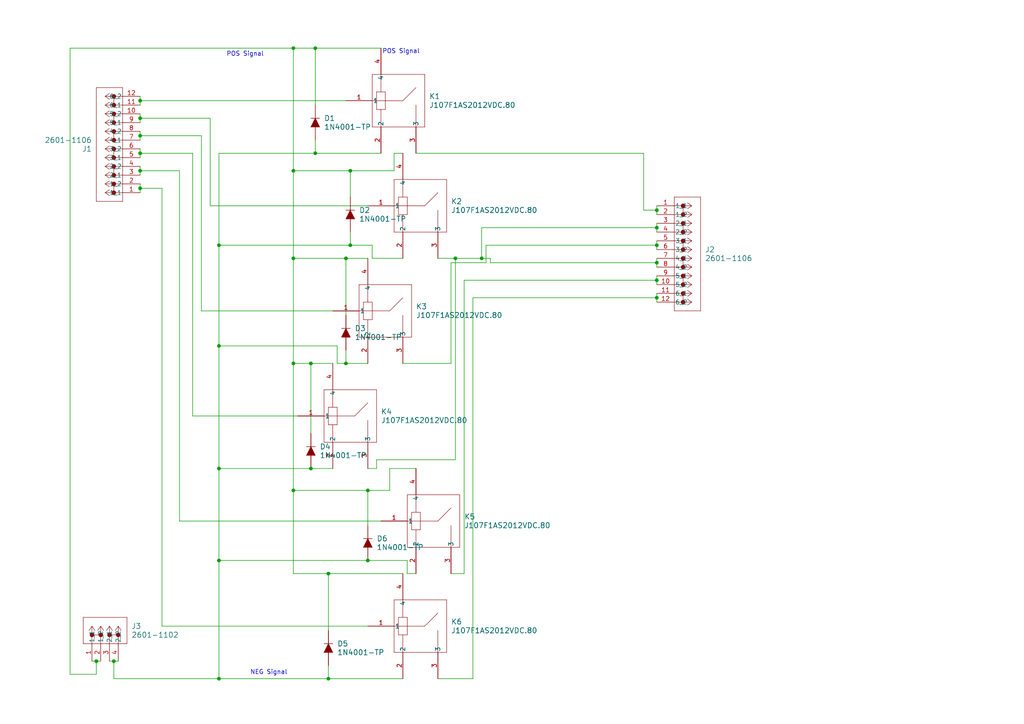
<source format=kicad_sch>
(kicad_sch (version 20250114) (generator "eeschema") (generator_version "9.0")
  (paper "A4")
  (lib_symbols
    (symbol "addedComponents:2601-1102" (pin_names (offset 0.254))
      (property "Reference" "J" (at 8.89 6.35 0))
      (property "Value" "2601-1102" (at 0 0 0))
      (symbol "2601-1102_1_1"
        (polyline (pts (xy 5.08 2.54) (xy 5.08 -10.16)) (stroke (width 0.127)))
        (polyline (pts (xy 5.08 -10.16) (xy 12.7 -10.16)) (stroke (width 0.127)))
        (polyline (pts (xy 7.62 0) (xy 7.62 -2.54)) (stroke (width 0.127)))
        (circle (center 7.62 0) (radius 0.127) (stroke (width 0.508)))
        (circle (center 7.62 -2.54) (radius 0.127) (stroke (width 0.508)))
        (polyline (pts (xy 7.62 -5.08) (xy 7.62 -7.62)) (stroke (width 0.127)))
        (circle (center 7.62 -5.08) (radius 0.127) (stroke (width 0.508)))
        (circle (center 7.62 -7.62) (radius 0.127) (stroke (width 0.508)))
        (polyline (pts (xy 10.16 0) (xy 5.08 0)) (stroke (width 0.127)))
        (polyline (pts (xy 10.16 0) (xy 8.89 0.8467)) (stroke (width 0.127)))
        (polyline (pts (xy 10.16 0) (xy 8.89 -0.8467)) (stroke (width 0.127)))
        (polyline (pts (xy 10.16 -2.54) (xy 5.08 -2.54)) (stroke (width 0.127)))
        (polyline (pts (xy 10.16 -2.54) (xy 8.89 -1.6933)) (stroke (width 0.127)))
        (polyline (pts (xy 10.16 -2.54) (xy 8.89 -3.3867)) (stroke (width 0.127)))
        (polyline (pts (xy 10.16 -5.08) (xy 5.08 -5.08)) (stroke (width 0.127)))
        (polyline (pts (xy 10.16 -5.08) (xy 8.89 -4.2333)) (stroke (width 0.127)))
        (polyline (pts (xy 10.16 -5.08) (xy 8.89 -5.9267)) (stroke (width 0.127)))
        (polyline (pts (xy 10.16 -7.62) (xy 5.08 -7.62)) (stroke (width 0.127)))
        (polyline (pts (xy 10.16 -7.62) (xy 8.89 -6.7733)) (stroke (width 0.127)))
        (polyline (pts (xy 10.16 -7.62) (xy 8.89 -8.4667)) (stroke (width 0.127)))
        (polyline (pts (xy 12.7 2.54) (xy 5.08 2.54)) (stroke (width 0.127)))
        (polyline (pts (xy 12.7 -10.16) (xy 12.7 2.54)) (stroke (width 0.127)))
        (pin unspecified line (at 0 0 0) (length 5.08) (name "1_1") (number "1"))
        (pin unspecified line (at 0 -2.54 0) (length 5.08) (name "1_2") (number "2"))
        (pin unspecified line (at 0 -5.08 0) (length 5.08) (name "2_1") (number "3"))
        (pin unspecified line (at 0 -7.62 0) (length 5.08) (name "2_2") (number "4"))
      )
      (symbol "2601-1102_1_2"
        (polyline (pts (xy 5.08 2.54) (xy 5.08 -10.16)) (stroke (width 0.127)))
        (polyline (pts (xy 5.08 -10.16) (xy 12.7 -10.16)) (stroke (width 0.127)))
        (polyline (pts (xy 7.62 0) (xy 7.62 -2.54)) (stroke (width 0.127)))
        (circle (center 7.62 0) (radius 0.127) (stroke (width 0.508)))
        (circle (center 7.62 -2.54) (radius 0.127) (stroke (width 0.508)))
        (polyline (pts (xy 7.62 -5.08) (xy 7.62 -7.62)) (stroke (width 0.127)))
        (circle (center 7.62 -5.08) (radius 0.127) (stroke (width 0.508)))
        (circle (center 7.62 -7.62) (radius 0.127) (stroke (width 0.508)))
        (polyline (pts (xy 10.16 0) (xy 5.08 0)) (stroke (width 0.127)))
        (polyline (pts (xy 10.16 0) (xy 8.89 0.8467)) (stroke (width 0.127)))
        (polyline (pts (xy 10.16 0) (xy 8.89 -0.8467)) (stroke (width 0.127)))
        (polyline (pts (xy 10.16 -2.54) (xy 5.08 -2.54)) (stroke (width 0.127)))
        (polyline (pts (xy 10.16 -2.54) (xy 8.89 -1.6933)) (stroke (width 0.127)))
        (polyline (pts (xy 10.16 -2.54) (xy 8.89 -3.3867)) (stroke (width 0.127)))
        (polyline (pts (xy 10.16 -5.08) (xy 5.08 -5.08)) (stroke (width 0.127)))
        (polyline (pts (xy 10.16 -5.08) (xy 8.89 -4.2333)) (stroke (width 0.127)))
        (polyline (pts (xy 10.16 -5.08) (xy 8.89 -5.9267)) (stroke (width 0.127)))
        (polyline (pts (xy 10.16 -7.62) (xy 5.08 -7.62)) (stroke (width 0.127)))
        (polyline (pts (xy 10.16 -7.62) (xy 8.89 -6.7733)) (stroke (width 0.127)))
        (polyline (pts (xy 10.16 -7.62) (xy 8.89 -8.4667)) (stroke (width 0.127)))
        (polyline (pts (xy 12.7 2.54) (xy 5.08 2.54)) (stroke (width 0.127)))
        (polyline (pts (xy 12.7 -10.16) (xy 12.7 2.54)) (stroke (width 0.127)))
        (pin unspecified line (at 0 0 0) (length 5.08) (name "1_1") (number "1"))
        (pin unspecified line (at 0 -2.54 0) (length 5.08) (name "1_2") (number "2"))
        (pin unspecified line (at 0 -5.08 0) (length 5.08) (name "2_1") (number "3"))
        (pin unspecified line (at 0 -7.62 0) (length 5.08) (name "2_2") (number "4"))
      )
    )
    (symbol "addedComponents:2601-1106" (pin_names (offset 0.254))
      (property "Reference" "J" (at 8.89 6.35 0))
      (property "Value" "2601-1106" (at 0 0 0))
      (symbol "2601-1106_1_1"
        (polyline (pts (xy 5.08 2.54) (xy 5.08 -30.48)) (stroke (width 0.127)))
        (polyline (pts (xy 5.08 -30.48) (xy 12.7 -30.48)) (stroke (width 0.127)))
        (polyline (pts (xy 7.62 0) (xy 7.62 -2.54)) (stroke (width 0.127)))
        (circle (center 7.62 0) (radius 0.127) (stroke (width 0.508)))
        (circle (center 7.62 -2.54) (radius 0.127) (stroke (width 0.508)))
        (polyline (pts (xy 7.62 -5.08) (xy 7.62 -7.62)) (stroke (width 0.127)))
        (circle (center 7.62 -5.08) (radius 0.127) (stroke (width 0.508)))
        (circle (center 7.62 -7.62) (radius 0.127) (stroke (width 0.508)))
        (polyline (pts (xy 7.62 -10.16) (xy 7.62 -12.7)) (stroke (width 0.127)))
        (circle (center 7.62 -10.16) (radius 0.127) (stroke (width 0.508)))
        (circle (center 7.62 -12.7) (radius 0.127) (stroke (width 0.508)))
        (polyline (pts (xy 7.62 -15.24) (xy 7.62 -17.78)) (stroke (width 0.127)))
        (circle (center 7.62 -15.24) (radius 0.127) (stroke (width 0.508)))
        (circle (center 7.62 -17.78) (radius 0.127) (stroke (width 0.508)))
        (polyline (pts (xy 7.62 -20.32) (xy 7.62 -22.86)) (stroke (width 0.127)))
        (circle (center 7.62 -20.32) (radius 0.127) (stroke (width 0.508)))
        (circle (center 7.62 -22.86) (radius 0.127) (stroke (width 0.508)))
        (polyline (pts (xy 7.62 -25.4) (xy 7.62 -27.94)) (stroke (width 0.127)))
        (circle (center 7.62 -25.4) (radius 0.127) (stroke (width 0.508)))
        (circle (center 7.62 -27.94) (radius 0.127) (stroke (width 0.508)))
        (polyline (pts (xy 10.16 0) (xy 5.08 0)) (stroke (width 0.127)))
        (polyline (pts (xy 10.16 0) (xy 8.89 0.8467)) (stroke (width 0.127)))
        (polyline (pts (xy 10.16 0) (xy 8.89 -0.8467)) (stroke (width 0.127)))
        (polyline (pts (xy 10.16 -2.54) (xy 5.08 -2.54)) (stroke (width 0.127)))
        (polyline (pts (xy 10.16 -2.54) (xy 8.89 -1.6933)) (stroke (width 0.127)))
        (polyline (pts (xy 10.16 -2.54) (xy 8.89 -3.3867)) (stroke (width 0.127)))
        (polyline (pts (xy 10.16 -5.08) (xy 5.08 -5.08)) (stroke (width 0.127)))
        (polyline (pts (xy 10.16 -5.08) (xy 8.89 -4.2333)) (stroke (width 0.127)))
        (polyline (pts (xy 10.16 -5.08) (xy 8.89 -5.9267)) (stroke (width 0.127)))
        (polyline (pts (xy 10.16 -7.62) (xy 5.08 -7.62)) (stroke (width 0.127)))
        (polyline (pts (xy 10.16 -7.62) (xy 8.89 -6.7733)) (stroke (width 0.127)))
        (polyline (pts (xy 10.16 -7.62) (xy 8.89 -8.4667)) (stroke (width 0.127)))
        (polyline (pts (xy 10.16 -10.16) (xy 5.08 -10.16)) (stroke (width 0.127)))
        (polyline (pts (xy 10.16 -10.16) (xy 8.89 -9.3133)) (stroke (width 0.127)))
        (polyline (pts (xy 10.16 -10.16) (xy 8.89 -11.0067)) (stroke (width 0.127)))
        (polyline (pts (xy 10.16 -12.7) (xy 5.08 -12.7)) (stroke (width 0.127)))
        (polyline (pts (xy 10.16 -12.7) (xy 8.89 -11.8533)) (stroke (width 0.127)))
        (polyline (pts (xy 10.16 -12.7) (xy 8.89 -13.5467)) (stroke (width 0.127)))
        (polyline (pts (xy 10.16 -15.24) (xy 5.08 -15.24)) (stroke (width 0.127)))
        (polyline (pts (xy 10.16 -15.24) (xy 8.89 -14.3933)) (stroke (width 0.127)))
        (polyline (pts (xy 10.16 -15.24) (xy 8.89 -16.0867)) (stroke (width 0.127)))
        (polyline (pts (xy 10.16 -17.78) (xy 5.08 -17.78)) (stroke (width 0.127)))
        (polyline (pts (xy 10.16 -17.78) (xy 8.89 -16.9333)) (stroke (width 0.127)))
        (polyline (pts (xy 10.16 -17.78) (xy 8.89 -18.6267)) (stroke (width 0.127)))
        (polyline (pts (xy 10.16 -20.32) (xy 5.08 -20.32)) (stroke (width 0.127)))
        (polyline (pts (xy 10.16 -20.32) (xy 8.89 -19.4733)) (stroke (width 0.127)))
        (polyline (pts (xy 10.16 -20.32) (xy 8.89 -21.1667)) (stroke (width 0.127)))
        (polyline (pts (xy 10.16 -22.86) (xy 5.08 -22.86)) (stroke (width 0.127)))
        (polyline (pts (xy 10.16 -22.86) (xy 8.89 -22.0133)) (stroke (width 0.127)))
        (polyline (pts (xy 10.16 -22.86) (xy 8.89 -23.7067)) (stroke (width 0.127)))
        (polyline (pts (xy 10.16 -25.4) (xy 5.08 -25.4)) (stroke (width 0.127)))
        (polyline (pts (xy 10.16 -25.4) (xy 8.89 -24.5533)) (stroke (width 0.127)))
        (polyline (pts (xy 10.16 -25.4) (xy 8.89 -26.2467)) (stroke (width 0.127)))
        (polyline (pts (xy 10.16 -27.94) (xy 5.08 -27.94)) (stroke (width 0.127)))
        (polyline (pts (xy 10.16 -27.94) (xy 8.89 -27.0933)) (stroke (width 0.127)))
        (polyline (pts (xy 10.16 -27.94) (xy 8.89 -28.7867)) (stroke (width 0.127)))
        (polyline (pts (xy 12.7 2.54) (xy 5.08 2.54)) (stroke (width 0.127)))
        (polyline (pts (xy 12.7 -30.48) (xy 12.7 2.54)) (stroke (width 0.127)))
        (pin unspecified line (at 0 0 0) (length 5.08) (name "1_1") (number "1"))
        (pin unspecified line (at 0 -2.54 0) (length 5.08) (name "1_2") (number "2"))
        (pin unspecified line (at 0 -5.08 0) (length 5.08) (name "2_1") (number "3"))
        (pin unspecified line (at 0 -7.62 0) (length 5.08) (name "2_2") (number "4"))
        (pin unspecified line (at 0 -10.16 0) (length 5.08) (name "3_1") (number "5"))
        (pin unspecified line (at 0 -12.7 0) (length 5.08) (name "3_2") (number "6"))
        (pin unspecified line (at 0 -15.24 0) (length 5.08) (name "4_1") (number "7"))
        (pin unspecified line (at 0 -17.78 0) (length 5.08) (name "4_2") (number "8"))
        (pin unspecified line (at 0 -20.32 0) (length 5.08) (name "5_1") (number "9"))
        (pin unspecified line (at 0 -22.86 0) (length 5.08) (name "5_2") (number "10"))
        (pin unspecified line (at 0 -25.4 0) (length 5.08) (name "6_1") (number "11"))
        (pin unspecified line (at 0 -27.94 0) (length 5.08) (name "6_2") (number "12"))
      )
    )
    (symbol "addedComponents:J107F1AS2012VDC.80" (pin_names (offset 0.254))
      (property "Reference" "K" (at 6.35 8.89 0))
      (property "Value" "J107F1AS2012VDC.80" (at 28.448 5.842 0))
      (symbol "J107F1AS2012VDC.80_0_1"
        (polyline (pts (xy 7.62 2.54) (xy 7.62 -12.7)) (stroke (width 0.127)))
        (polyline (pts (xy 7.62 0) (xy 12.7 0)) (stroke (width 0.127)))
        (polyline (pts (xy 7.62 -10.16) (xy 13.97 -10.16)) (stroke (width 0.127)))
        (polyline (pts (xy 7.62 -12.7) (xy 22.86 -12.7)) (stroke (width 0.127)))
        (polyline (pts (xy 12.7 1.27) (xy 12.7 -1.27)) (stroke (width 0.127)))
        (polyline (pts (xy 12.7 1.27) (xy 17.78 1.27)) (stroke (width 0.127)))
        (polyline (pts (xy 12.7 -1.27) (xy 17.78 -1.27)) (stroke (width 0.127)))
        (polyline (pts (xy 15.24 2.54) (xy 15.24 -6.35)) (stroke (width 0.127)))
        (polyline (pts (xy 15.24 -6.35) (xy 19.05 -10.16)) (stroke (width 0.127)))
        (polyline (pts (xy 17.78 1.27) (xy 17.78 -1.27)) (stroke (width 0.127)))
        (polyline (pts (xy 22.86 2.54) (xy 7.62 2.54)) (stroke (width 0.127)))
        (polyline (pts (xy 22.86 0) (xy 17.78 0)) (stroke (width 0.127)))
        (polyline (pts (xy 22.86 -12.7) (xy 22.86 2.54)) (stroke (width 0.127)))
        (pin unspecified line (at 0 0 0) (length 7.62) (name "2") (number "2"))
        (pin unspecified line (at 0 -10.16 0) (length 7.62) (name "3") (number "3"))
        (pin unspecified line (at 15.24 10.16 270) (length 7.62) (name "1") (number "1"))
        (pin unspecified line (at 30.48 0 180) (length 7.62) (name "4") (number "4"))
      )
    )
    (symbol "dk_Diodes-Rectifiers-Single:1N4001-TP" (pin_numbers (hide yes)) (pin_names (offset 0) (hide yes))
      (property "Reference" "D" (at 0 2.54 0))
      (property "Value" "1N4001-TP" (at 0 -2.54 0))
      (symbol "1N4001-TP_0_1"
        (polyline (pts (xy -1.27 1.27) (xy -1.27 -1.27) (xy 1.27 0) (xy -1.27 1.27)) (fill (type outline)))
        (polyline (pts (xy 1.27 1.27) (xy 1.27 -1.27)))
      )
      (symbol "1N4001-TP_1_1"
        (pin passive line (at -5.08 0 0) (length 3.81) (name "~") (number "A"))
        (pin passive line (at 5.08 0 180) (length 3.81) (name "~") (number "K"))
      )
    )
  )
  (text "POS Signal" (at 116.332 14.986 0) (effects (font (size 1.27 1.27))))
  (text "NEG Signal" (at 77.978 195.072 0) (effects (font (size 1.27 1.27))))
  (text "POS Signal" (at 71.12 15.748 0) (effects (font (size 1.27 1.27))))
  (junction (at 40.64 54.61))
  (junction (at 91.44 13.97))
  (junction (at 63.5 100.33))
  (junction (at 90.17 135.89))
  (junction (at 139.7 74.93))
  (junction (at 85.09 105.41))
  (junction (at 190.5 86.36))
  (junction (at 40.64 29.21))
  (junction (at 101.6 49.53))
  (junction (at 95.25 196.85))
  (junction (at 106.68 162.56))
  (junction (at 63.5 162.56))
  (junction (at 100.33 74.93))
  (junction (at 190.5 81.28))
  (junction (at 85.09 49.53))
  (junction (at 190.5 76.2))
  (junction (at 101.6 71.12))
  (junction (at 90.17 105.41))
  (junction (at 85.09 13.97))
  (junction (at 190.5 71.12))
  (junction (at 106.68 142.24))
  (junction (at 40.64 49.53))
  (junction (at 63.5 71.12))
  (junction (at 100.33 105.41))
  (junction (at 132.08 74.93))
  (junction (at 95.25 166.37))
  (junction (at 85.09 142.24))
  (junction (at 85.09 74.93))
  (junction (at 27.94 191.77))
  (junction (at 63.5 135.89))
  (junction (at 63.5 196.85))
  (junction (at 190.5 66.04))
  (junction (at 40.64 44.45))
  (junction (at 33.02 191.77))
  (junction (at 91.44 44.45))
  (junction (at 40.64 39.37))
  (junction (at 40.64 34.29))
  (junction (at 190.5 60.96))
  (wire (pts (xy 114.3 44.45) (xy 114.3 49.53)))
  (wire (pts (xy 40.64 44.45) (xy 40.64 43.18)))
  (wire (pts (xy 33.02 196.85) (xy 63.5 196.85)))
  (wire (pts (xy 95.25 166.37) (xy 116.84 166.37)))
  (wire (pts (xy 109.22 135.89) (xy 106.68 135.89)))
  (wire (pts (xy 55.88 120.65) (xy 55.88 44.45)))
  (wire (pts (xy 132.08 133.35) (xy 132.08 74.93)))
  (wire (pts (xy 85.09 74.93) (xy 100.33 74.93)))
  (wire (pts (xy 106.68 181.61) (xy 46.99 181.61)))
  (wire (pts (xy 40.64 50.8) (xy 40.64 49.53)))
  (wire (pts (xy 139.7 74.93) (xy 139.7 66.04)))
  (wire (pts (xy 40.64 54.61) (xy 40.64 53.34)))
  (wire (pts (xy 40.64 49.53) (xy 40.64 48.26)))
  (wire (pts (xy 63.5 71.12) (xy 63.5 44.45)))
  (wire (pts (xy 27.94 191.77) (xy 29.21 191.77)))
  (wire (pts (xy 85.09 142.24) (xy 85.09 166.37)))
  (wire (pts (xy 190.5 86.36) (xy 190.5 87.63)))
  (wire (pts (xy 107.95 74.93) (xy 116.84 74.93)))
  (wire (pts (xy 109.22 133.35) (xy 109.22 135.89)))
  (wire (pts (xy 63.5 162.56) (xy 106.68 162.56)))
  (wire (pts (xy 20.32 13.97) (xy 20.32 195.58)))
  (wire (pts (xy 91.44 44.45) (xy 110.49 44.45)))
  (wire (pts (xy 55.88 44.45) (xy 40.64 44.45)))
  (wire (pts (xy 60.96 34.29) (xy 60.96 59.69)))
  (wire (pts (xy 40.64 55.88) (xy 40.64 54.61)))
  (wire (pts (xy 26.67 191.77) (xy 27.94 191.77)))
  (wire (pts (xy 60.96 59.69) (xy 106.68 59.69)))
  (wire (pts (xy 186.69 44.45) (xy 186.69 60.96)))
  (wire (pts (xy 91.44 13.97) (xy 110.49 13.97)))
  (wire (pts (xy 33.02 191.77) (xy 34.29 191.77)))
  (wire (pts (xy 85.09 105.41) (xy 85.09 142.24)))
  (wire (pts (xy 52.07 151.13) (xy 52.07 49.53)))
  (wire (pts (xy 190.5 80.01) (xy 190.5 81.28)))
  (wire (pts (xy 101.6 67.31) (xy 101.6 71.12)))
  (wire (pts (xy 40.64 35.56) (xy 40.64 34.29)))
  (wire (pts (xy 46.99 54.61) (xy 40.64 54.61)))
  (wire (pts (xy 118.11 166.37) (xy 118.11 162.56)))
  (wire (pts (xy 97.79 100.33) (xy 63.5 100.33)))
  (wire (pts (xy 97.79 105.41) (xy 97.79 100.33)))
  (wire (pts (xy 90.17 105.41) (xy 96.52 105.41)))
  (wire (pts (xy 107.95 74.93) (xy 107.95 71.12)))
  (wire (pts (xy 33.02 196.85) (xy 33.02 191.77)))
  (wire (pts (xy 118.11 162.56) (xy 106.68 162.56)))
  (wire (pts (xy 27.94 191.77) (xy 27.94 195.58)))
  (wire (pts (xy 190.5 85.09) (xy 190.5 86.36)))
  (wire (pts (xy 95.25 196.85) (xy 116.84 196.85)))
  (wire (pts (xy 40.64 45.72) (xy 40.64 44.45)))
  (wire (pts (xy 190.5 60.96) (xy 190.5 62.23)))
  (wire (pts (xy 85.09 13.97) (xy 85.09 49.53)))
  (wire (pts (xy 31.75 191.77) (xy 33.02 191.77)))
  (wire (pts (xy 40.64 34.29) (xy 40.64 33.02)))
  (wire (pts (xy 91.44 40.64) (xy 91.44 44.45)))
  (wire (pts (xy 63.5 162.56) (xy 63.5 135.89)))
  (wire (pts (xy 63.5 135.89) (xy 63.5 100.33)))
  (wire (pts (xy 85.09 74.93) (xy 85.09 105.41)))
  (wire (pts (xy 127 74.93) (xy 132.08 74.93)))
  (wire (pts (xy 130.81 76.2) (xy 140.97 76.2)))
  (wire (pts (xy 120.65 166.37) (xy 118.11 166.37)))
  (wire (pts (xy 100.33 74.93) (xy 106.68 74.93)))
  (wire (pts (xy 140.97 71.12) (xy 190.5 71.12)))
  (wire (pts (xy 101.6 71.12) (xy 63.5 71.12)))
  (wire (pts (xy 130.81 105.41) (xy 130.81 76.2)))
  (wire (pts (xy 40.64 29.21) (xy 40.64 27.94)))
  (wire (pts (xy 130.81 166.37) (xy 134.62 166.37)))
  (wire (pts (xy 120.65 135.89) (xy 113.03 135.89)))
  (wire (pts (xy 85.09 49.53) (xy 85.09 74.93)))
  (wire (pts (xy 85.09 105.41) (xy 90.17 105.41)))
  (wire (pts (xy 190.5 71.12) (xy 190.5 72.39)))
  (wire (pts (xy 95.25 166.37) (xy 85.09 166.37)))
  (wire (pts (xy 142.24 74.93) (xy 142.24 76.2)))
  (wire (pts (xy 190.5 81.28) (xy 190.5 82.55)))
  (wire (pts (xy 58.42 90.17) (xy 58.42 39.37)))
  (wire (pts (xy 110.49 151.13) (xy 52.07 151.13)))
  (wire (pts (xy 106.68 142.24) (xy 106.68 152.4)))
  (wire (pts (xy 95.25 193.04) (xy 95.25 196.85)))
  (wire (pts (xy 190.5 76.2) (xy 190.5 77.47)))
  (wire (pts (xy 186.69 60.96) (xy 190.5 60.96)))
  (wire (pts (xy 63.5 196.85) (xy 63.5 162.56)))
  (wire (pts (xy 113.03 142.24) (xy 106.68 142.24)))
  (wire (pts (xy 106.68 142.24) (xy 85.09 142.24)))
  (wire (pts (xy 100.33 105.41) (xy 97.79 105.41)))
  (wire (pts (xy 90.17 105.41) (xy 90.17 125.73)))
  (wire (pts (xy 101.6 49.53) (xy 114.3 49.53)))
  (wire (pts (xy 142.24 76.2) (xy 190.5 76.2)))
  (wire (pts (xy 137.16 86.36) (xy 137.16 196.85)))
  (wire (pts (xy 109.22 133.35) (xy 132.08 133.35)))
  (wire (pts (xy 20.32 13.97) (xy 85.09 13.97)))
  (wire (pts (xy 90.17 135.89) (xy 96.52 135.89)))
  (wire (pts (xy 190.5 74.93) (xy 190.5 76.2)))
  (wire (pts (xy 27.94 195.58) (xy 20.32 195.58)))
  (wire (pts (xy 190.5 66.04) (xy 190.5 67.31)))
  (wire (pts (xy 52.07 49.53) (xy 40.64 49.53)))
  (wire (pts (xy 46.99 181.61) (xy 46.99 54.61)))
  (wire (pts (xy 100.33 101.6) (xy 100.33 105.41)))
  (wire (pts (xy 190.5 69.85) (xy 190.5 71.12)))
  (wire (pts (xy 63.5 135.89) (xy 90.17 135.89)))
  (wire (pts (xy 40.64 30.48) (xy 40.64 29.21)))
  (wire (pts (xy 63.5 44.45) (xy 91.44 44.45)))
  (wire (pts (xy 101.6 49.53) (xy 101.6 57.15)))
  (wire (pts (xy 190.5 64.77) (xy 190.5 66.04)))
  (wire (pts (xy 116.84 105.41) (xy 130.81 105.41)))
  (wire (pts (xy 139.7 66.04) (xy 190.5 66.04)))
  (wire (pts (xy 91.44 13.97) (xy 85.09 13.97)))
  (wire (pts (xy 140.97 76.2) (xy 140.97 71.12)))
  (wire (pts (xy 116.84 44.45) (xy 114.3 44.45)))
  (wire (pts (xy 134.62 166.37) (xy 134.62 81.28)))
  (wire (pts (xy 139.7 74.93) (xy 142.24 74.93)))
  (wire (pts (xy 137.16 196.85) (xy 127 196.85)))
  (wire (pts (xy 91.44 13.97) (xy 91.44 30.48)))
  (wire (pts (xy 190.5 86.36) (xy 137.16 86.36)))
  (wire (pts (xy 95.25 166.37) (xy 95.25 182.88)))
  (wire (pts (xy 40.64 39.37) (xy 40.64 38.1)))
  (wire (pts (xy 100.33 74.93) (xy 100.33 91.44)))
  (wire (pts (xy 120.65 44.45) (xy 186.69 44.45)))
  (wire (pts (xy 100.33 105.41) (xy 106.68 105.41)))
  (wire (pts (xy 96.52 90.17) (xy 58.42 90.17)))
  (wire (pts (xy 190.5 59.69) (xy 190.5 60.96)))
  (wire (pts (xy 134.62 81.28) (xy 190.5 81.28)))
  (wire (pts (xy 63.5 196.85) (xy 95.25 196.85)))
  (wire (pts (xy 63.5 100.33) (xy 63.5 71.12)))
  (wire (pts (xy 113.03 135.89) (xy 113.03 142.24)))
  (wire (pts (xy 132.08 74.93) (xy 139.7 74.93)))
  (wire (pts (xy 40.64 40.64) (xy 40.64 39.37)))
  (wire (pts (xy 107.95 71.12) (xy 101.6 71.12)))
  (wire (pts (xy 40.64 29.21) (xy 100.33 29.21)))
  (wire (pts (xy 101.6 49.53) (xy 85.09 49.53)))
  (wire (pts (xy 58.42 39.37) (xy 40.64 39.37)))
  (wire (pts (xy 60.96 34.29) (xy 40.64 34.29)))
  (wire (pts (xy 86.36 120.65) (xy 55.88 120.65)))
  (symbol (lib_id "dk_Diodes-Rectifiers-Single:1N4001-TP") (at 90.17 130.81 90) (unit 1)
    (property "Reference" "D4" (at 92.71 129.5399 90) (effects (font (size 1.524 1.524)) (justify right)))
    (property "Value" "1N4001-TP" (at 92.71 132.0799 90) (effects (font (size 1.524 1.524)) (justify right)))
    (property "Footprint" "digikey-footprints:DO-41" (effects (hide yes)))
    (property "Datasheet" "https://www.mccsemi.com/pdf/Products/1N4001-1N4007(DO-41).pdf" (effects (hide yes)))
    (property "Description" "DIODE GEN PURP 50V 1A DO41" (effects (hide yes)))
    (property "Digi-Key_PN" "1N4001-TPMSCT-ND" (effects (hide yes)))
    (property "MPN" "1N4001-TP" (effects (hide yes)))
    (property "Category" "Discrete Semiconductor Products" (effects (hide yes)))
    (property "Family" "Diodes - Rectifiers - Single" (effects (hide yes)))
    (property "DK_Datasheet_Link" "https://www.mccsemi.com/pdf/Products/1N4001-1N4007(DO-41).pdf" (effects (hide yes)))
    (property "DK_Detail_Page" "/product-detail/en/micro-commercial-co/1N4001-TP/1N4001-TPMSCT-ND/773688" (effects (hide yes)))
    (property "Description_1" "DIODE GEN PURP 50V 1A DO41" (effects (hide yes)))
    (property "Manufacturer" "Micro Commercial Co" (effects (hide yes)))
    (property "Status" "Active" (effects (hide yes)))
  )
  (symbol (lib_id "dk_Diodes-Rectifiers-Single:1N4001-TP") (at 106.68 157.48 90) (unit 1)
    (property "Reference" "D6" (at 109.22 156.2099 90) (effects (font (size 1.524 1.524)) (justify right)))
    (property "Value" "1N4001-TP" (at 109.22 158.7499 90) (effects (font (size 1.524 1.524)) (justify right)))
    (property "Footprint" "digikey-footprints:DO-41" (effects (hide yes)))
    (property "Datasheet" "https://www.mccsemi.com/pdf/Products/1N4001-1N4007(DO-41).pdf" (effects (hide yes)))
    (property "Description" "DIODE GEN PURP 50V 1A DO41" (effects (hide yes)))
    (property "Digi-Key_PN" "1N4001-TPMSCT-ND" (effects (hide yes)))
    (property "MPN" "1N4001-TP" (effects (hide yes)))
    (property "Category" "Discrete Semiconductor Products" (effects (hide yes)))
    (property "Family" "Diodes - Rectifiers - Single" (effects (hide yes)))
    (property "DK_Datasheet_Link" "https://www.mccsemi.com/pdf/Products/1N4001-1N4007(DO-41).pdf" (effects (hide yes)))
    (property "DK_Detail_Page" "/product-detail/en/micro-commercial-co/1N4001-TP/1N4001-TPMSCT-ND/773688" (effects (hide yes)))
    (property "Description_1" "DIODE GEN PURP 50V 1A DO41" (effects (hide yes)))
    (property "Manufacturer" "Micro Commercial Co" (effects (hide yes)))
    (property "Status" "Active" (effects (hide yes)))
  )
  (symbol (lib_id "addedComponents:2601-1106") (at 40.64 55.88 180) (unit 1)
    (property "Reference" "J1" (at 26.67 43.1801 0) (effects (font (size 1.524 1.524)) (justify left)))
    (property "Value" "2601-1106" (at 26.67 40.6401 0) (effects (font (size 1.524 1.524)) (justify left)))
    (property "Footprint" "2601_1106:CONN6_2601-1106_WAG" (effects (hide yes)))
    (property "Datasheet" "2601-1106" (effects (hide yes)))
  )
  (symbol (lib_id "dk_Diodes-Rectifiers-Single:1N4001-TP") (at 91.44 35.56 90) (unit 1)
    (property "Reference" "D1" (at 93.98 34.2899 90) (effects (font (size 1.524 1.524)) (justify right)))
    (property "Value" "1N4001-TP" (at 93.98 36.8299 90) (effects (font (size 1.524 1.524)) (justify right)))
    (property "Footprint" "digikey-footprints:DO-41" (effects (hide yes)))
    (property "Datasheet" "https://www.mccsemi.com/pdf/Products/1N4001-1N4007(DO-41).pdf" (effects (hide yes)))
    (property "Description" "DIODE GEN PURP 50V 1A DO41" (effects (hide yes)))
    (property "Digi-Key_PN" "1N4001-TPMSCT-ND" (effects (hide yes)))
    (property "MPN" "1N4001-TP" (effects (hide yes)))
    (property "Category" "Discrete Semiconductor Products" (effects (hide yes)))
    (property "Family" "Diodes - Rectifiers - Single" (effects (hide yes)))
    (property "DK_Datasheet_Link" "https://www.mccsemi.com/pdf/Products/1N4001-1N4007(DO-41).pdf" (effects (hide yes)))
    (property "DK_Detail_Page" "/product-detail/en/micro-commercial-co/1N4001-TP/1N4001-TPMSCT-ND/773688" (effects (hide yes)))
    (property "Description_1" "DIODE GEN PURP 50V 1A DO41" (effects (hide yes)))
    (property "Manufacturer" "Micro Commercial Co" (effects (hide yes)))
    (property "Status" "Active" (effects (hide yes)))
  )
  (symbol (lib_id "addedComponents:J107F1AS2012VDC.80") (at 106.68 105.41 90) (unit 1)
    (property "Reference" "K3" (at 120.65 88.8999 90) (effects (font (size 1.524 1.524)) (justify right)))
    (property "Value" "J107F1AS2012VDC.80" (at 120.65 91.4399 90) (effects (font (size 1.524 1.524)) (justify right)))
    (property "Footprint" "J107F1AS2012VDC.80:RELAY_J107F1A_CRS" (effects (hide yes)))
    (property "Datasheet" "J107F1AS2012VDC.80" (effects (hide yes)))
  )
  (symbol (lib_id "dk_Diodes-Rectifiers-Single:1N4001-TP") (at 95.25 187.96 90) (unit 1)
    (property "Reference" "D5" (at 97.79 186.6899 90) (effects (font (size 1.524 1.524)) (justify right)))
    (property "Value" "1N4001-TP" (at 97.79 189.2299 90) (effects (font (size 1.524 1.524)) (justify right)))
    (property "Footprint" "digikey-footprints:DO-41" (effects (hide yes)))
    (property "Datasheet" "https://www.mccsemi.com/pdf/Products/1N4001-1N4007(DO-41).pdf" (effects (hide yes)))
    (property "Description" "DIODE GEN PURP 50V 1A DO41" (effects (hide yes)))
    (property "Digi-Key_PN" "1N4001-TPMSCT-ND" (effects (hide yes)))
    (property "MPN" "1N4001-TP" (effects (hide yes)))
    (property "Category" "Discrete Semiconductor Products" (effects (hide yes)))
    (property "Family" "Diodes - Rectifiers - Single" (effects (hide yes)))
    (property "DK_Datasheet_Link" "https://www.mccsemi.com/pdf/Products/1N4001-1N4007(DO-41).pdf" (effects (hide yes)))
    (property "DK_Detail_Page" "/product-detail/en/micro-commercial-co/1N4001-TP/1N4001-TPMSCT-ND/773688" (effects (hide yes)))
    (property "Description_1" "DIODE GEN PURP 50V 1A DO41" (effects (hide yes)))
    (property "Manufacturer" "Micro Commercial Co" (effects (hide yes)))
    (property "Status" "Active" (effects (hide yes)))
  )
  (symbol (lib_id "addedComponents:2601-1106") (at 190.5 59.69 0) (unit 1)
    (property "Reference" "J2" (at 204.47 72.3899 0) (effects (font (size 1.524 1.524)) (justify left)))
    (property "Value" "2601-1106" (at 204.47 74.9299 0) (effects (font (size 1.524 1.524)) (justify left)))
    (property "Footprint" "2601_1106:CONN6_2601-1106_WAG" (effects (hide yes)))
    (property "Datasheet" "2601-1106" (effects (hide yes)))
  )
  (symbol (lib_id "addedComponents:2601-1102") (at 26.67 191.77 90) (unit 1)
    (property "Reference" "J3" (at 38.1 181.6099 90) (effects (font (size 1.524 1.524)) (justify right)))
    (property "Value" "2601-1102" (at 38.1 184.1499 90) (effects (font (size 1.524 1.524)) (justify right)))
    (property "Footprint" "2601_1102:CONN2_2601-1102_WAG" (effects (hide yes)))
    (property "Datasheet" "2601-1102" (effects (hide yes)))
  )
  (symbol (lib_id "dk_Diodes-Rectifiers-Single:1N4001-TP") (at 101.6 62.23 90) (unit 1)
    (property "Reference" "D2" (at 104.14 60.9599 90) (effects (font (size 1.524 1.524)) (justify right)))
    (property "Value" "1N4001-TP" (at 104.14 63.4999 90) (effects (font (size 1.524 1.524)) (justify right)))
    (property "Footprint" "digikey-footprints:DO-41" (effects (hide yes)))
    (property "Datasheet" "https://www.mccsemi.com/pdf/Products/1N4001-1N4007(DO-41).pdf" (effects (hide yes)))
    (property "Description" "DIODE GEN PURP 50V 1A DO41" (effects (hide yes)))
    (property "Digi-Key_PN" "1N4001-TPMSCT-ND" (effects (hide yes)))
    (property "MPN" "1N4001-TP" (effects (hide yes)))
    (property "Category" "Discrete Semiconductor Products" (effects (hide yes)))
    (property "Family" "Diodes - Rectifiers - Single" (effects (hide yes)))
    (property "DK_Datasheet_Link" "https://www.mccsemi.com/pdf/Products/1N4001-1N4007(DO-41).pdf" (effects (hide yes)))
    (property "DK_Detail_Page" "/product-detail/en/micro-commercial-co/1N4001-TP/1N4001-TPMSCT-ND/773688" (effects (hide yes)))
    (property "Description_1" "DIODE GEN PURP 50V 1A DO41" (effects (hide yes)))
    (property "Manufacturer" "Micro Commercial Co" (effects (hide yes)))
    (property "Status" "Active" (effects (hide yes)))
  )
  (symbol (lib_id "addedComponents:J107F1AS2012VDC.80") (at 120.65 166.37 90) (unit 1)
    (property "Reference" "K5" (at 134.62 149.8599 90) (effects (font (size 1.524 1.524)) (justify right)))
    (property "Value" "J107F1AS2012VDC.80" (at 134.62 152.3999 90) (effects (font (size 1.524 1.524)) (justify right)))
    (property "Footprint" "J107F1AS2012VDC.80:RELAY_J107F1A_CRS" (effects (hide yes)))
    (property "Datasheet" "J107F1AS2012VDC.80" (effects (hide yes)))
  )
  (symbol (lib_id "addedComponents:J107F1AS2012VDC.80") (at 96.52 135.89 90) (unit 1)
    (property "Reference" "K4" (at 110.49 119.3799 90) (effects (font (size 1.524 1.524)) (justify right)))
    (property "Value" "J107F1AS2012VDC.80" (at 110.49 121.9199 90) (effects (font (size 1.524 1.524)) (justify right)))
    (property "Footprint" "J107F1AS2012VDC.80:RELAY_J107F1A_CRS" (effects (hide yes)))
    (property "Datasheet" "J107F1AS2012VDC.80" (effects (hide yes)))
  )
  (symbol (lib_id "addedComponents:J107F1AS2012VDC.80") (at 116.84 74.93 90) (unit 1)
    (property "Reference" "K2" (at 130.81 58.4199 90) (effects (font (size 1.524 1.524)) (justify right)))
    (property "Value" "J107F1AS2012VDC.80" (at 130.81 60.9599 90) (effects (font (size 1.524 1.524)) (justify right)))
    (property "Footprint" "J107F1AS2012VDC.80:RELAY_J107F1A_CRS" (effects (hide yes)))
    (property "Datasheet" "J107F1AS2012VDC.80" (effects (hide yes)))
  )
  (symbol (lib_id "addedComponents:J107F1AS2012VDC.80") (at 116.84 196.85 90) (unit 1)
    (property "Reference" "K6" (at 130.81 180.3399 90) (effects (font (size 1.524 1.524)) (justify right)))
    (property "Value" "J107F1AS2012VDC.80" (at 130.81 182.8799 90) (effects (font (size 1.524 1.524)) (justify right)))
    (property "Footprint" "J107F1AS2012VDC.80:RELAY_J107F1A_CRS" (effects (hide yes)))
    (property "Datasheet" "J107F1AS2012VDC.80" (effects (hide yes)))
  )
  (symbol (lib_id "dk_Diodes-Rectifiers-Single:1N4001-TP") (at 100.33 96.52 90) (unit 1)
    (property "Reference" "D3" (at 102.87 95.2499 90) (effects (font (size 1.524 1.524)) (justify right)))
    (property "Value" "1N4001-TP" (at 102.87 97.7899 90) (effects (font (size 1.524 1.524)) (justify right)))
    (property "Footprint" "digikey-footprints:DO-41" (effects (hide yes)))
    (property "Datasheet" "https://www.mccsemi.com/pdf/Products/1N4001-1N4007(DO-41).pdf" (effects (hide yes)))
    (property "Description" "DIODE GEN PURP 50V 1A DO41" (effects (hide yes)))
    (property "Digi-Key_PN" "1N4001-TPMSCT-ND" (effects (hide yes)))
    (property "MPN" "1N4001-TP" (effects (hide yes)))
    (property "Category" "Discrete Semiconductor Products" (effects (hide yes)))
    (property "Family" "Diodes - Rectifiers - Single" (effects (hide yes)))
    (property "DK_Datasheet_Link" "https://www.mccsemi.com/pdf/Products/1N4001-1N4007(DO-41).pdf" (effects (hide yes)))
    (property "DK_Detail_Page" "/product-detail/en/micro-commercial-co/1N4001-TP/1N4001-TPMSCT-ND/773688" (effects (hide yes)))
    (property "Description_1" "DIODE GEN PURP 50V 1A DO41" (effects (hide yes)))
    (property "Manufacturer" "Micro Commercial Co" (effects (hide yes)))
    (property "Status" "Active" (effects (hide yes)))
  )
  (symbol (lib_id "addedComponents:J107F1AS2012VDC.80") (at 110.49 44.45 90) (unit 1)
    (property "Reference" "K1" (at 124.46 27.9399 90) (effects (font (size 1.524 1.524)) (justify right)))
    (property "Value" "J107F1AS2012VDC.80" (at 124.46 30.4799 90) (effects (font (size 1.524 1.524)) (justify right)))
    (property "Footprint" "J107F1AS2012VDC.80:RELAY_J107F1A_CRS" (effects (hide yes)))
    (property "Datasheet" "J107F1AS2012VDC.80" (effects (hide yes)))
  )
)
</source>
